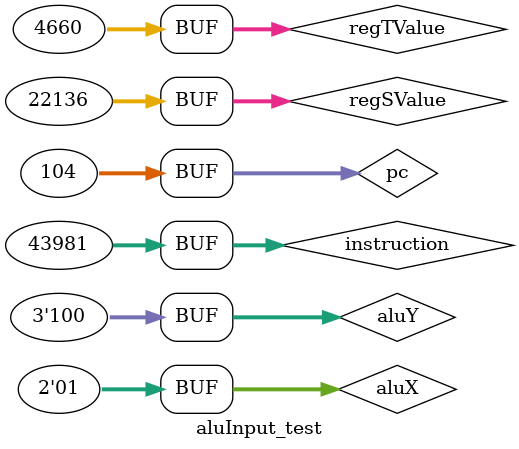
<source format=v>
`timescale 1ns / 1ps


module aluInput_test();
    reg[31: 0] pc = 104;
    reg[31: 0] regTValue = 32'h1234;
    reg[31: 0] regSValue = 32'h5678;
    reg[31: 0] instruction = 32'habcd;
    reg[1: 0] aluX = 0;
    reg[2: 0] aluY = 0;
    wire[31: 0] resultX;
    wire[31: 0] resultY;

    AluInput aluInput(.pc(pc), .regTValue(regTValue), .regSValue(regSValue),
        .instruction(instruction), .aluX(aluX), .aluY(aluY), .resultX(resultX), .resultY(resultY));

    initial begin
        #10 aluX = 1;
        #10 aluX = 2;
        #10 aluX = 3;

        #10 aluY = 1;
        #10 aluY = 2;
        #10 aluY = 3;
        #10 aluY = 4;

        #10 aluX = 3;
        #10 aluX = 2;
        #10 aluX = 1;
    end
endmodule

</source>
